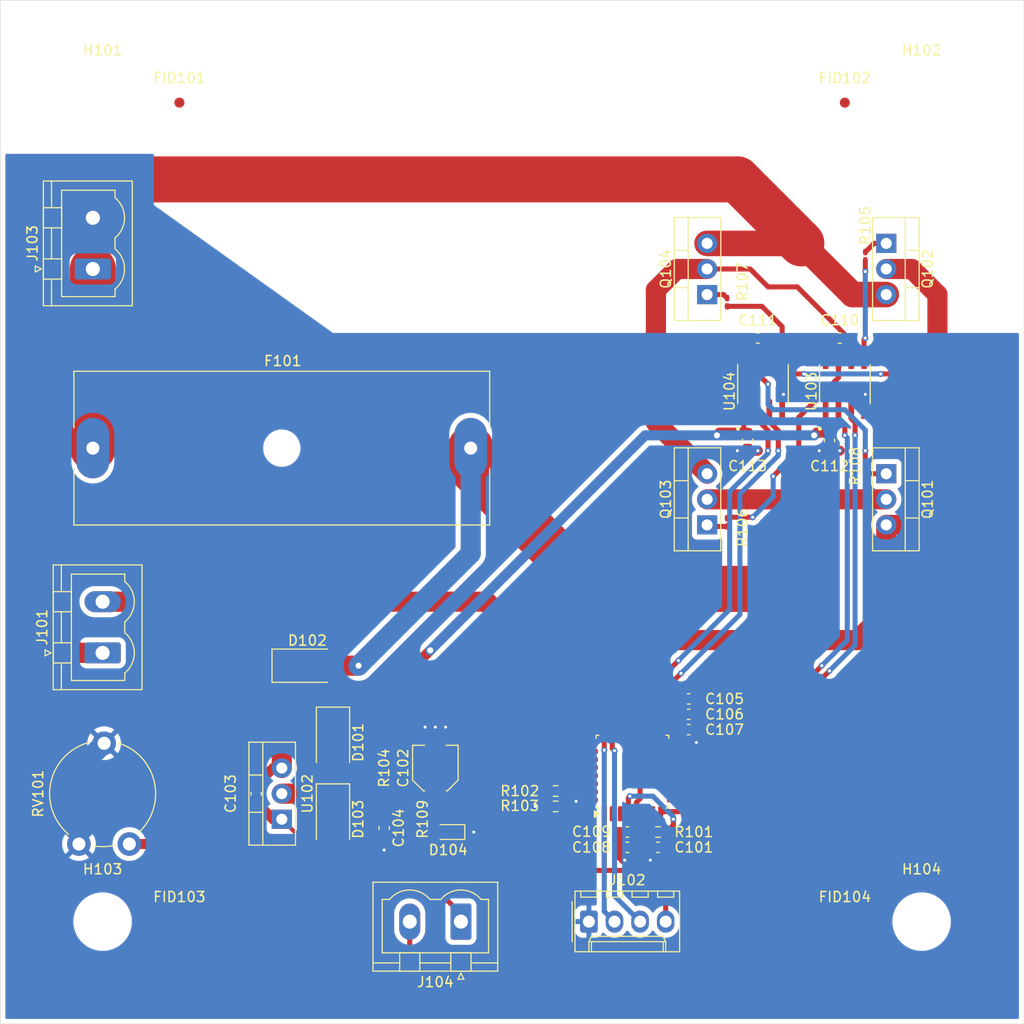
<source format=kicad_pcb>
(kicad_pcb (version 20241229) (generator "pcbnew") (generator_version "9.0")
  (title_block (title "PCB_Driver_DC_Motor") (date "2025-10-17") (rev "R.Casas"))
  (layers (0 "F.Cu" jumper) (4 "In1.Cu" signal) (6 "In2.Cu" signal) (2 "B.Cu" jumper) (13 "F.Paste" user) (15 "B.Paste" user) (5 "F.SilkS" user "F.Silkscreen") (7 "B.SilkS" user "B.Silkscreen") (1 "F.Mask" user) (3 "B.Mask" user) (25 "Edge.Cuts" user))
  (net 0 "")
  (net 1 "GNDREF")
  (net 2 "+24V")
  (net 3 "+3V3")
  (net 4 "Net-(D103-A)")
  (net 5 "Net-(U101-NRST)")
  (net 6 "VDD_P")
  (net 7 "VDD")
  (net 8 "L2")
  (net 9 "L1")
  (net 10 "G3")
  (net 11 "G2")
  (net 12 "G1")
  (net 13 "G4")
  (net 14 "Net-(U101-BOOT0)")
  (net 15 "Net-(U103-VB)")
  (net 17 "Net-(U104-VB)")
  (net 19 "USART1_TX")
  (net 20 "USART1_RX")
  (net 21 "SYS_SWCLK")
  (net 22 "SYS_SWDIO")
  (net 27 "Net-(U103-HO)")
  (net 36 "Net-(U103-LO)")
  (net 40 "Net-(U104-LO)")
  (net 41 "Net-(U104-HO)")
  (net 42 "LIN1")
  (net 43 "LIN2")
  (net 44 "HIN1")
  (net 45 "HIN2")
  (net 46 "Net-(D104-A)")
  (footprint "Connector_Phoenix_MSTB:PhoenixContact_MSTBVA_2,5_2-G-5,08_1x02_P5.08mm_Vertical" (layer "F.Cu") (at 90.97 96.99 90)
    (property "Reference" "J101")
    (property "Value" "Conn_01x02")
  )
  (footprint "Capacitor_SMD:C_0603_1608Metric" (layer "F.Cu") (at 154.978 75.908 -90)
    (property "Reference" "C113")
    (property "Value" "1uF/50V")
  )
  (footprint "Connector_Molex:Molex_KK-254_AE-6410-04A_1x04_P2.54mm_Vertical" (layer "F.Cu") (at 139.23 123.66)
    (property "Reference" "J102")
    (property "Value" "Conn_01x04")
  )
  (footprint "Resistor_SMD:R_0201_0603Metric_Pad0.64x0.40mm_HandSolder" (layer "F.Cu") (at 123.99 112.98 -90)
    (property "Reference" "R109")
    (property "Value" "220R")
  )
  (footprint "Resistor_SMD:R_0201_0603Metric_Pad0.64x0.40mm_HandSolder" (layer "F.Cu") (at 118.91 111.3925 -90)
    (property "Reference" "R104")
    (property "Value" "220R")
  )
  (footprint "Diode_SMD:D_SMA" (layer "F.Cu") (at 113.83 105.88 -90)
    (property "Reference" "D101")
    (property "Value" "1N4001")
  )
  (footprint "Capacitor_SMD:C_0603_1608Metric" (layer "F.Cu") (at 149.136 104.605475)
    (property "Reference" "C107")
    (property "Value" "4.7uF/10V")
  )
  (footprint "MountingHole:MountingHole_5.3mm_M5_ISO14580" (layer "F.Cu") (at 90.97 42.38)
    (property "Reference" "H101")
    (property "Value" "MountingHole")
  )
  (footprint "LED_SMD:LED_0603_1608Metric_Pad1.05x0.95mm_HandSolder" (layer "F.Cu") (at 125.26 114.77 180)
    (property "Reference" "D104")
    (property "Value" "LED")
  )
  (footprint "Package_QFP:LQFP-32_7x7mm_P0.8mm" (layer "F.Cu") (at 143.548 108.777475 90)
    (property "Reference" "U101" (hide yes))
    (property "Value" "STM32F030K6Tx")
  )
  (footprint "Package_TO_SOT_THT:TO-220-3_Vertical" (layer "F.Cu") (at 108.75 113.5 90)
    (property "Reference" "U102")
    (property "Value" "LM317_TO-220")
  )
  (footprint "Fuse:Fuseholder_Cylinder-6.3x32mm_Schurter_0031-8002_Horizontal_Open" (layer "F.Cu") (at 90 76.67)
    (property "Reference" "F101")
    (property "Value" "Fuse")
  )
  (footprint "Capacitor_SMD:C_0603_1608Metric" (layer "F.Cu") (at 146.088 116.289475 180)
    (property "Reference" "C101")
    (property "Value" "100nF")
  )
  (footprint "Fiducial:Fiducial_1mm_Mask3mm" (layer "F.Cu") (at 164.63 42.38)
    (property "Reference" "FID102")
    (property "Value" "Fiducial")
  )
  (footprint "MountingHole:MountingHole_5.3mm_M5_ISO14580" (layer "F.Cu") (at 172.25 123.66)
    (property "Reference" "H104")
    (property "Value" "MountingHole")
  )
  (footprint "MountingHole:MountingHole_5.3mm_M5_ISO14580" (layer "F.Cu") (at 172.25 42.38)
    (property "Reference" "H102")
    (property "Value" "MountingHole")
  )
  (footprint "Capacitor_SMD:C_0603_1608Metric_Pad1.08x0.95mm_HandSolder" (layer "F.Cu") (at 106.21 110.96 -90)
    (property "Reference" "C103")
    (property "Value" "0.1uF/50V")
  )
  (footprint "Fiducial:Fiducial_1mm_Mask3mm" (layer "F.Cu") (at 98.59 42.38)
    (property "Reference" "FID101")
    (property "Value" "Fiducial")
  )
  (footprint "Resistor_SMD:R_0603_1608Metric" (layer "F.Cu") (at 135.928 110.701475)
    (property "Reference" "R102")
    (property "Value" "100k")
  )
  (footprint "Resistor_SMD:R_0603_1608Metric" (layer "F.Cu") (at 146.088 114.765475)
    (property "Reference" "R101")
    (property "Value" "100k")
  )
  (footprint "Capacitor_SMD:C_0603_1608Metric" (layer "F.Cu") (at 149.136 101.557475)
    (property "Reference" "C105")
    (property "Value" "100nF/10V")
  )
  (footprint "Capacitor_SMD:C_0603_1608Metric" (layer "F.Cu") (at 143.04 114.765475 180)
    (property "Reference" "C109")
    (property "Value" "4.7uF/10V")
  )
  (footprint "Diode_SMD:D_SMA" (layer "F.Cu") (at 111.29 98.26)
    (property "Reference" "D102")
    (property "Value" "1N4001")
  )
  (footprint "Capacitor_SMD:C_Elec_4x5.4" (layer "F.Cu") (at 123.99 108.42 90)
    (property "Reference" "C102")
    (property "Value" "22uF/16V_ELEC")
  )
  (footprint "Diode_SMD:D_SMA" (layer "F.Cu") (at 113.83 113.5 -90)
    (property "Reference" "D103")
    (property "Value" "1N4001")
  )
  (footprint "Capacitor_SMD:C_0603_1608Metric_Pad1.08x0.95mm_HandSolder" (layer "F.Cu") (at 118.91 114.3625 -90)
    (property "Reference" "C104")
    (property "Value" "10uF/10V")
  )
  (footprint "Capacitor_SMD:C_0603_1608Metric" (layer "F.Cu") (at 143.04 116.289475 180)
    (property "Reference" "C108")
    (property "Value" "10nF/10V")
  )
  (footprint "Package_TO_SOT_THT:TO-220-3_Vertical" (layer "F.Cu") (at 150.96 61.43 90)
    (property "Reference" "Q104")
    (property "Value" "IRF540N")
  )
  (footprint "Capacitor_SMD:C_0603_1608Metric" (layer "F.Cu") (at 163.106 75.908 -90)
    (property "Reference" "C112")
    (property "Value" "1uF/50V")
  )
  (footprint "Package_TO_SOT_THT:TO-220-3_Vertical" (layer "F.Cu") (at 168.74 56.35 -90)
    (property "Reference" "Q102")
    (property "Value" "IRF540N")
  )
  (footprint "Resistor_SMD:R_0201_0603Metric_Pad0.64x0.40mm_HandSolder" (layer "F.Cu") (at 166.662 78.448 -90)
    (property "Reference" "R108")
    (property "Value" "R")
  )
  (footprint "Package_TO_SOT_THT:TO-220-3_Vertical" (layer "F.Cu") (at 168.74 79.21 -90)
    (property "Reference" "Q101")
    (property "Value" "IRF540N")
  )
  (footprint "Capacitor_SMD:C_0603_1608Metric_Pad1.08x0.95mm_HandSolder" (layer "F.Cu") (at 164.122 65.748 180)
    (property "Reference" "C110")
    (property "Value" "4.7uF/50V")
  )
  (footprint "Resistor_SMD:R_0201_0603Metric_Pad0.64x0.40mm_HandSolder" (layer "F.Cu") (at 152.946 84.036 -90)
    (property "Reference" "R106")
    (property "Value" "R")
  )
  (footprint "Capacitor_SMD:C_0603_1608Metric_Pad1.08x0.95mm_HandSolder" (layer "F.Cu") (at 155.994 65.748 180)
    (property "Reference" "C111")
    (property "Value" "4.7uF/50V")
  )
  (footprint "Resistor_SMD:R_0201_0603Metric_Pad0.64x0.40mm_HandSolder" (layer "F.Cu") (at 166.662 57.62 90)
    (property "Reference" "R105")
    (property "Value" "R")
  )
  (footprint "Capacitor_SMD:C_0603_1608Metric" (layer "F.Cu") (at 149.136 103.081475)
    (property "Reference" "C106")
    (property "Value" "100nF/10V")
  )
  (footprint "MountingHole:MountingHole_5.3mm_M5_ISO14580" (layer "F.Cu") (at 90.97 123.66)
    (property "Reference" "H103")
    (property "Value" "MountingHole")
  )
  (footprint "Fiducial:Fiducial_1mm_Mask3mm" (layer "F.Cu") (at 98.59 123.66)
    (property "Reference" "FID103")
    (property "Value" "Fiducial")
  )
  (footprint "Resistor_SMD:R_0603_1608Metric" (layer "F.Cu") (at 135.928 112.225475 180)
    (property "Reference" "R103")
    (property "Value" "100k")
  )
  (footprint "Potentiometer_THT:Potentiometer_Piher_PT-10-V10_Vertical" (layer "F.Cu") (at 93.62 115.96 90)
    (property "Reference" "RV101")
    (property "Value" "R_Potentiometer")
  )
  (footprint "Gate_Driver:SOIC127P600X172-8N" (layer "F.Cu") (at 164.63 70.32 90)
    (property "Reference" "U103")
    (property "Value" "2ED2108S06FXUMA1")
  )
  (footprint "Package_TO_SOT_THT:TO-220-3_Vertical" (layer "F.Cu") (at 150.96 84.29 90)
    (property "Reference" "Q103")
    (property "Value" "IRF540N")
  )
  (footprint "Fiducial:Fiducial_1mm_Mask3mm" (layer "F.Cu") (at 164.63 123.66)
    (property "Reference" "FID104")
    (property "Value" "Fiducial")
  )
  (footprint "Resistor_SMD:R_0201_0603Metric_Pad0.64x0.40mm_HandSolder" (layer "F.Cu") (at 152.946 62.192 90)
    (property "Reference" "R107")
    (property "Value" "R")
  )
  (footprint "Connector_Phoenix_MSTB:PhoenixContact_MSTBVA_2,5_2-G-5,08_1x02_P5.08mm_Vertical" (layer "F.Cu") (at 90 58.89 90)
    (property "Reference" "J103")
    (property "Value" "Conn_01x02")
  )
  (footprint "Connector_Phoenix_MSTB:PhoenixContact_MSTBVA_2,5_2-G-5,08_1x02_P5.08mm_Vertical" (layer "F.Cu") (at 126.53 123.66 180)
    (property "Reference" "J104")
    (property "Value" "Conn_01x02")
  )
  (footprint "Gate_Driver:SOIC127P600X172-8N" (layer "F.Cu") (at 156.502 70.32 90)
    (property "Reference" "U104")
    (property "Value" "2ED2108S06FXUMA1")
  )
  (gr_rect (start 80.81 32.22) (end 182.41 133.82) (stroke (width 0.05)) (fill no) (layer "Edge.Cuts"))
  (segment (start 142.265 114.765475) (end 142.265 116.289475) (width 1) (layer "F.Cu") (net 1))
  (segment (start 166.535 72.8) (end 166.535 71.463) (width 0.5) (layer "F.Cu") (net 1))
  (segment (start 147.723 105.977475) (end 149.796 105.977475) (width 0.5) (layer "F.Cu") (net 1))
  (segment (start 145.313 117.546475) (end 145.326 117.559475) (width 1) (layer "F.Cu") (net 1))
  (segment (start 90 53.81) (end 93.81 50) (width 4.572) (layer "F.Cu") (net 1))
  (segment (start 149.796 105.977475) (end 149.898 105.875475) (width 0.5) (layer "F.Cu") (net 1))
  (segment (start 126.135 114.77) (end 127.8 114.77) (width 0.4) (layer "F.Cu") (net 1))
  (segment (start 122.974 104.356) (end 125.006 104.356) (width 2) (layer "F.Cu") (net 1))
  (segment (start 166.535 71.463) (end 166.662 71.336) (width 0.5) (layer "F.Cu") (net 1))
  (segment (start 153.962 50) (end 160.312 56.35) (width 4.572) (layer "F.Cu") (net 1))
  (segment (start 160.312 56.35) (end 150.96 56.35) (width 2.54) (layer "F.Cu") (net 1))
  (segment (start 138.1 111.577475) (end 137.96 111.717475) (width 0.5) (layer "F.Cu") (net 1))
  (segment (start 153.962 76.924) (end 155.994 76.924) (width 1) (layer "F.Cu") (net 1))
  (segment (start 158.407 71.463) (end 158.534 71.336) (width 0.5) (layer "F.Cu") (net 1))
  (segment (start 142.786 117.564) (end 142.265 117.043) (width 1) (layer "F.Cu") (net 1))
  (segment (start 165.392 61.43) (end 160.312 56.35) (width 2.54) (layer "F.Cu") (net 1))
  (segment (start 93.81 50) (end 153.962 50) (width 4.572) (layer "F.Cu") (net 1))
  (segment (start 142.265 117.043) (end 142.265 116.289475) (width 1) (layer "F.Cu") (net 1))
  (segment (start 123.99 106.745) (end 123.99 104.356) (width 2) (layer "F.Cu") (net 1))
  (segment (start 145.313 116.289475) (end 145.313 117.546475) (width 1) (layer "F.Cu") (net 1))
  (segment (start 162.09 76.924) (end 164.122 76.924) (width 1) (layer "F.Cu") (net 1))
  (segment (start 149.911 101.557475) (end 149.911 105.862475) (width 1) (layer "F.Cu") (net 1))
  (segment (start 149.911 105.862475) (end 149.898 105.875475) (width 1) (layer "F.Cu") (net 1))
  (segment (start 118.91 116.548) (end 118.91 115.225) (width 1) (layer "F.Cu") (net 1))
  (segment (start 168.74 61.43) (end 165.392 61.43) (width 2.54) (layer "F.Cu") (net 1))
  (segment (start 139.373 111.577475) (end 138.1 111.577475) (width 0.5) (layer "F.Cu") (net 1))
  (segment (start 135.103 112.225475) (end 133.896 112.225475) (width 1) (layer "F.Cu") (net 1))
  (segment (start 158.407 72.8) (end 158.407 71.463) (width 0.5) (layer "F.Cu") (net 1))
  (via (at 166.662 71.336) (size 0.6) (drill 0.3) (layers "F.Cu" "B.Cu") (net 1))
  (via (at 142.786 117.564) (size 0.6) (drill 0.3) (layers "F.Cu" "B.Cu") (net 1))
  (via (at 158.534 71.336) (size 0.6) (drill 0.3) (layers "F.Cu" "B.Cu") (net 1))
  (via (at 118.91 116.548) (size 0.6) (drill 0.3) (layers "F.Cu" "B.Cu") (net 1))
  (via (at 155.994 76.924) (size 0.6) (drill 0.3) (layers "F.Cu" "B.Cu") (net 1))
  (via (at 127.8 114.77) (size 0.6) (drill 0.3) (layers "F.Cu" "B.Cu") (net 1))
  (via (at 162.09 76.924) (size 0.6) (drill 0.3) (layers "F.Cu" "B.Cu") (net 1))
  (via (at 145.326 117.559475) (size 0.6) (drill 0.3) (layers "F.Cu" "B.Cu") (net 1))
  (via (at 137.96 111.717475) (size 0.6) (drill 0.3) (layers "F.Cu" "B.Cu") (net 1))
  (via (at 153.962 76.924) (size 0.6) (drill 0.3) (layers "F.Cu" "B.Cu") (net 1))
  (via (at 149.898 105.875475) (size 0.6) (drill 0.3) (layers "F.Cu" "B.Cu") (net 1))
  (via (at 164.122 76.924) (size 0.6) (drill 0.3) (layers "F.Cu" "B.Cu") (net 1))
  (via (at 123.99 104.356) (size 0.6) (drill 0.3) (layers "F.Cu" "B.Cu") (net 1))
  (via (at 125.006 104.356) (size 0.6) (drill 0.3) (layers "F.Cu" "B.Cu") (net 1))
  (via (at 133.896 112.225475) (size 0.6) (drill 0.3) (layers "F.Cu" "B.Cu") (net 1))
  (via (at 122.974 104.356) (size 0.6) (drill 0.3) (layers "F.Cu" "B.Cu") (net 1))
  (segment (start 88.62 108.46) (end 91.12 105.96) (width 2) (layer "B.Cu") (net 1))
  (segment (start 88.62 115.96) (end 88.62 108.46) (width 2) (layer "B.Cu") (net 1))
  (segment (start 161.582 75.4) (end 161.849 75.133) (width 1) (layer "F.Cu") (net 2))
  (segment (start 109.29 103.88) (end 108.75 103.34) (width 2) (layer "F.Cu") (net 2))
  (segment (start 116.338 103.88) (end 123.482 96.736) (width 1) (layer "F.Cu") (net 2))
  (segment (start 152.197 75.133) (end 154.978 75.133) (width 1) (layer "F.Cu") (net 2))
  (segment (start 113.83 103.88) (end 116.338 103.88) (width 1) (layer "F.Cu") (net 2))
  (segment (start 107.8875 108.42) (end 108.75 108.42) (width 1) (layer "F.Cu") (net 2))
  (segment (start 113.83 103.88) (end 109.29 103.88) (width 2) (layer "F.Cu") (net 2))
  (segment (start 154.597 74.752) (end 154.978 75.133) (width 0.5) (layer "F.Cu") (net 2))
  (segment (start 108.75 98.8) (end 109.29 98.26) (width 2) (layer "F.Cu") (net 2))
  (segment (start 154.597 72.8) (end 154.597 74.752) (width 0.5) (layer "F.Cu") (net 2))
  (segment (start 106.21 110.0975) (end 107.8875 108.42) (width 1) (layer "F.Cu") (net 2))
  (segment (start 151.93 75.4) (end 152.197 75.133) (width 1) (layer "F.Cu") (net 2))
  (segment (start 162.725 74.752) (end 163.106 75.133) (width 0.5) (layer "F.Cu") (net 2))
  (segment (start 161.849 75.133) (end 163.106 75.133) (width 1) (layer "F.Cu") (net 2))
  (segment (start 162.725 72.8) (end 162.725 74.752) (width 0.5) (layer "F.Cu") (net 2))
  (segment (start 108.75 108.42) (end 108.75 103.34) (width 2) (layer "F.Cu") (net 2))
  (segment (start 108.75 103.34) (end 108.75 98.8) (width 2) (layer "F.Cu") (net 2))
  (via (at 161.582 75.4) (size 0.8) (drill 0.6) (layers "F.Cu" "B.Cu") (net 2))
  (via (at 123.482 96.736) (size 0.8) (drill 0.6) (layers "F.Cu" "B.Cu") (net 2))
  (via (at 151.93 75.4) (size 0.8) (drill 0.6) (layers "F.Cu" "B.Cu") (net 2))
  (segment (start 151.93 75.4) (end 161.582 75.4) (width 1) (layer "B.Cu") (net 2))
  (segment (start 144.818 75.4) (end 151.93 75.4) (width 1) (layer "B.Cu") (net 2))
  (segment (start 123.482 96.736) (end 144.818 75.4) (width 1) (layer "B.Cu") (net 2))
  (segment (start 146.348 106.382) (end 144.31 108.42) (width 0.5) (layer "F.Cu") (net 3))
  (segment (start 136.69 118.58) (end 139.23 118.58) (width 0.5) (layer "F.Cu") (net 3))
  (segment (start 128.811475 110.701475) (end 128.205 110.095) (width 0.5) (layer "F.Cu") (net 3))
  (segment (start 123.99 110.095) (end 128.205 110.095) (width 0.5) (layer "F.Cu") (net 3))
  (segment (start 114.3485 110.9815) (end 113.83 111.5) (width 0.6) (layer "F.Cu") (net 3))
  (segment (start 140.748 118.574) (end 140.754 118.58) (width 0.5) (layer "F.Cu") (net 3))
  (segment (start 143.802 116.302475) (end 143.815 116.289475) (width 0.5) (layer "F.Cu") (net 3))
  (segment (start 140.748 112.952475) (end 140.748 112.184425) (width 0.5) (layer "F.Cu") (net 3))
  (segment (start 148.358 104.602475) (end 148.361 104.605475) (width 0.5) (layer "F.Cu") (net 3))
  (segment (start 140.748 112.952475) (end 140.748 118.574) (width 0.5) (layer "F.Cu") (net 3))
  (segment (start 113.29 110.96) (end 113.83 111.5) (width 2) (layer "F.Cu") (net 3))
  (segment (start 143.948 111.825475) (end 144.31 111.463475) (width 0.5) (layer "F.Cu") (net 3))
  (segment (start 118.91 110.985) (end 123.1 110.985) (width 0.5) (layer "F.Cu") (net 3))
  (segment (start 128.205 110.095) (end 136.69 118.58) (width 0.5) (layer "F.Cu") (net 3))
  (segment (start 108.75 110.96) (end 113.29 110.96) (width 2) (layer "F.Cu") (net 3))
  (segment (start 146.348 104.602475) (end 148.358 104.602475) (width 0.5) (layer "F.Cu") (net 3))
  (segment (start 144.31 118.58) (end 146.85 121.12) (width 0.5) (layer "F.Cu") (net 3))
  (segment (start 123.99 112.5725) (end 123.99 110.095) (width 0.4) (layer "F.Cu") (net 3))
  (segment (start 145.263 114.765475) (end 143.815 114.765475) (width 0.5) (layer "F.Cu") (net 3))
  (segment (start 143.948 112.952475) (end 143.948 114.632475) (width 0.5) (layer "F.Cu") (net 3))
  (segment (start 146.85 121.12) (end 146.85 123.66) (width 0.5) (layer "F.Cu") (net 3))
  (segment (start 144.31 108.42) (end 144.31 109.939475) (width 0.5) (layer "F.Cu") (net 3))
  (segment (start 139.23 118.58) (end 140.754 118.58) (width 0.5) (layer "F.Cu") (net 3))
  (segment (start 143.815 114.765475) (end 143.815 116.289475) (width 0.5) (layer "F.Cu") (net 3))
  (segment (start 140.754 118.58) (end 143.802 118.58) (width 0.5) (layer "F.Cu") (net 3))
  (segment (start 123.1 110.985) (end 123.99 110.095) (width 0.5) (layer "F.Cu") (net 3))
  (segment (start 148.361 101.557475) (end 148.361 103.081475) (width 1) (layer "F.Cu") (net 3))
  (segment (start 113.83 107.88) (end 113.83 111.5) (width 2) (layer "F.Cu") (net 3))
  (segment (start 148.361 103.081475) (end 148.361 104.605475) (width 1) (layer "F.Cu") (net 3))
  (segment (start 135.103 110.701475) (end 128.811475 110.701475) (width 0.5) (layer "F.Cu") (net 3))
  (segment (start 143.948 114.632475) (end 143.815 114.765475) (width 0.5) (layer "F.Cu") (net 3))
  (segment (start 114.3485 110.9815) (end 118.91 110.9815) (width 0.6) (layer "F.Cu") (net 3))
  (segment (start 143.802 118.58) (end 143.802 116.302475) (width 0.5) (layer "F.Cu") (net 3))
  (segment (start 143.802 118.58) (end 144.31 118.58) (width 0.5) (layer "F.Cu") (net 3))
  (segment (start 146.348 104.602475) (end 146.348 106.382) (width 0.5) (layer "F.Cu") (net 3))
  (segment (start 144.31 111.463475) (end 144.31 109.939475) (width 0.5) (layer "F.Cu") (net 3))
  (segment (start 143.948 112.952475) (end 143.948 111.825475) (width 0.5) (layer "F.Cu") (net 3))
  (segment (start 110.75 115.5) (end 108.75 113.5) (width 0.4) (layer "F.Cu") (net 4))
  (segment (start 113.83 115.5) (end 110.75 115.5) (width 0.4) (layer "F.Cu") (net 4))
  (segment (start 118.91 113.5) (end 115.83 113.5) (width 0.4) (layer "F.Cu") (net 4))
  (segment (start 118.91 111.8) (end 118.91 113.5) (width 0.4) (layer "F.Cu") (net 4))
  (segment (start 106.21 111.8225) (end 105.3475 111.8225) (width 1) (layer "F.Cu") (net 4))
  (segment (start 101.21 115.96) (end 93.62 115.96) (width 1) (layer "F.Cu") (net 4))
  (segment (start 115.83 113.5) (end 113.83 115.5) (width 0.4) (layer "F.Cu") (net 4))
  (segment (start 107.8875 113.5) (end 106.21 111.8225) (width 1) (layer "F.Cu") (net 4))
  (segment (start 105.3475 111.8225) (end 101.21 115.96) (width 1) (layer "F.Cu") (net 4))
  (segment (start 108.75 113.5) (end 107.8875 113.5) (width 1) (layer "F.Cu") (net 4))
  (segment (start 147.612 114.066475) (end 146.913 114.765475) (width 0.5) (layer "F.Cu") (net 5))
  (segment (start 143.148 111.355475) (end 143.148 112.952475) (width 0.5) (layer "F.Cu") (net 5))
  (segment (start 143.294 111.209475) (end 143.148 111.355475) (width 0.5) (layer "F.Cu") (net 5))
  (segment (start 147.612 113.495475) (end 147.612 114.066475) (width 0.5) (layer "F.Cu") (net 5))
  (segment (start 146.863 116.289475) (end 146.863 114.815475) (width 0.5) (layer "F.Cu") (net 5))
  (segment (start 146.863 114.815475) (end 146.913 114.765475) (width 0.5) (layer "F.Cu") (net 5))
  (via (at 143.294 111.209475) (size 0.6) (drill 0.3) (layers "F.Cu" "B.Cu") (net 5))
  (via (at 147.612 113.495475) (size 0.6) (drill 0.3) (layers "F.Cu" "B.Cu") (net 5))
  (segment (start 147.612 113.241475) (end 145.58 111.209475) (width 0.5) (layer "B.Cu") (net 5))
  (segment (start 147.612 113.495475) (end 147.612 113.241475) (width 0.5) (layer "B.Cu") (net 5))
  (segment (start 145.58 111.209475) (end 143.294 111.209475) (width 0.5) (layer "B.Cu") (net 5))
  (segment (start 116.37 98.26) (end 113.29 98.26) (width 2) (layer "F.Cu") (net 6))
  (segment (start 127.5 78.61) (end 139.53 90.64) (width 4.572) (layer "F.Cu") (net 6))
  (segment (start 127.5 76.67) (end 127.5 78.61) (width 4.572) (layer "F.Cu") (net 6))
  (segment (start 161.12 81.75) (end 150.96 81.75) (width 2) (layer "F.Cu") (net 6))
  (segment (start 161.12 86.83) (end 161.12 81.75) (width 4.572) (layer "F.Cu") (net 6))
  (segment (start 139.53 90.64) (end 157.31 90.64) (width 4.572) (layer "F.Cu") (net 6))
  (segment (start 168.74 81.75) (end 161.12 81.75) (width 2) (layer "F.Cu") (net 6))
  (segment (start 157.31 90.64) (end 161.12 86.83) (width 4.572) (layer "F.Cu") (net 6))
  (via (at 116.37 98.26) (size 0.8) (drill 0.6) (layers "F.Cu" "B.Cu") (net 6))
  (segment (start 127.5 87.13) (end 127.5 76.67) (width 2) (layer "B.Cu") (net 6))
  (segment (start 116.37 98.26) (end 127.5 87.13) (width 2) (layer "B.Cu") (net 6))
  (segment (start 90 58.89) (end 90 76.67) (width 4.572) (layer "F.Cu") (net 7))
  (segment (start 132.88 95.72) (end 165.9 95.72) (width 2) (layer "F.Cu") (net 8))
  (segment (start 157.137 68.815) (end 157.626 69.304) (width 0.5) (layer "F.Cu") (net 8))
  (segment (start 173.82 71.59) (end 173.82 81.75) (width 2) (layer "F.Cu") (net 8))
  (segment (start 168.74 58.89) (end 171.28 58.89) (width 2) (layer "F.Cu") (net 8))
  (segment (start 157.137 66.0285) (end 156.8565 65.748) (width 0.5) (layer "F.Cu") (net 8))
  (segment (start 171.28 58.89) (end 173.82 61.43) (width 2) (layer "F.Cu") (net 8))
  (segment (start 171.28 84.29) (end 168.74 84.29) (width 2) (layer "F.Cu") (net 8))
  (segment (start 129.07 91.91) (end 132.88 95.72) (width 2) (layer "F.Cu") (net 8))
  (segment (start 173.82 69.304) (end 173.82 71.59) (width 2) (layer "F.Cu") (net 8))
  (segment (start 168.186 69.304) (end 173.82 69.304) (width 0.5) (layer "F.Cu") (net 8))
  (segment (start 90.97 91.91) (end 129.07 91.91) (width 2) (layer "F.Cu") (net 8))
  (segment (start 168.74 92.88) (end 168.74 84.29) (width 2) (layer "F.Cu") (net 8))
  (segment (start 157.137 67.84) (end 157.137 68.815) (width 0.5) (layer "F.Cu") (net 8))
  (segment (start 173.82 61.43) (end 173.82 69.304) (width 2) (layer "F.Cu") (net 8))
  (segment (start 173.82 81.75) (end 171.28 84.29) (width 2) (layer "F.Cu") (net 8))
  (segment (start 157.626 69.304) (end 160.566 69.304) (width 0.5) (layer "F.Cu") (net 8))
  (segment (start 165.9 95.72) (end 168.74 92.88) (width 2) (layer "F.Cu") (net 8))
  (segment (start 157.137 67.84) (end 157.137 66.0285) (width 0.5) (layer "F.Cu") (net 8))
  (via (at 168.186 69.304) (size 0.6) (drill 0.3) (layers "F.Cu" "B.Cu") (net 8))
  (via (at 160.566 69.304) (size 0.6) (drill 0.3) (layers "F.Cu" "B.Cu") (net 8))
  (segment (start 160.566 69.304) (end 168.186 69.304) (width 0.5) (layer "B.Cu") (net 8))
  (segment (start 145.88 69.05) (end 145.88 60.97) (width 2) (layer "F.Cu") (net 9))
  (segment (start 150.96 79.21) (end 145.88 74.13) (width 2) (layer "F.Cu") (net 9))
  (segment (start 164.9845 65.748) (end 159.9045 60.668) (width 0.5) (layer "F.Cu") (net 9))
  (segment (start 159.9045 60.668) (end 157.01 60.668) (width 0.5) (layer "F.Cu") (net 9))
  (segment (start 85.89 86.83) (end 88.43 84.29) (width 2) (layer "F.Cu") (net 9))
  (segment (start 85.89 94.45) (end 85.89 86.83) (width 2) (layer "F.Cu") (net 9))
  (segment (start 88.43 84.29) (end 108.75 84.29) (width 2) (layer "F.Cu") (net 9))
  (segment (start 145.88 60.97) (end 147.96 58.89) (width 2) (layer "F.Cu") (net 9))
  (segment (start 123.99 69.05) (end 145.88 69.05) (width 2) (layer "F.Cu") (net 9))
  (segment (start 88.43 96.99) (end 85.89 94.45) (width 2) (layer "F.Cu") (net 9))
  (segment (start 165.265 66.0285) (end 164.9845 65.748) (width 0.5) (layer "F.Cu") (net 9))
  (segment (start 147.96 58.89) (end 150.96 58.89) (width 2) (layer "F.Cu") (net 9))
  (segment (start 108.75 84.29) (end 123.99 69.05) (width 2) (layer "F.Cu") (net 9))
  (segment (start 165.265 67.84) (end 165.265 66.0285) (width 0.5) (layer "F.Cu") (net 9))
  (segment (start 90.97 96.99) (end 88.43 96.99) (width 2) (layer "F.Cu") (net 9))
  (segment (start 155.232 58.89) (end 150.96 58.89) (width 0.5) (layer "F.Cu") (net 9))
  (segment (start 145.88 74.13) (end 145.88 69.05) (width 2) (layer "F.Cu") (net 9))
  (segment (start 157.01 60.668) (end 155.232 58.89) (width 0.5) (layer "F.Cu") (net 9))
  (segment (start 152.5915 61.43) (end 150.96 61.43) (width 0.5) (layer "F.Cu") (net 10))
  (segment (start 152.946 61.7845) (end 152.5915 61.43) (width 0.5) (layer "F.Cu") (net 10))
  (segment (start 166.662 78.8555) (end 167.0165 79.21) (width 0.5) (layer "F.Cu") (net 11))
  (segment (start 167.0165 79.21) (end 168.74 79.21) (width 0.5) (layer "F.Cu") (net 11))
  (segment (start 152.946 84.4435) (end 151.1135 84.4435) (width 0.5) (layer "F.Cu") (net 12))
  (segment (start 151.1135 84.4435) (end 150.96 84.29) (width 0.5) (layer "F.Cu") (net 12))
  (segment (start 166.662 57.2125) (end 167.5245 56.35) (width 0.5) (layer "F.Cu") (net 13))
  (segment (start 167.5245 56.35) (end 168.74 56.35) (width 0.5) (layer "F.Cu") (net 13))
  (segment (start 139.373 110.777475) (end 136.829 110.777475) (width 0.5) (layer "F.Cu") (net 14))
  (segment (start 136.829 110.777475) (end 136.753 110.701475) (width 0.5) (layer "F.Cu") (net 14))
  (segment (start 136.753 110.701475) (end 136.753 112.225475) (width 0.5) (layer "F.Cu") (net 14))
  (segment (start 162.725 66.2825) (end 162.725 67.84) (width 0.5) (layer "F.Cu") (net 15))
  (segment (start 163.2595 65.748) (end 162.725 66.2825) (width 0.5) (layer "F.Cu") (net 15))
  (segment (start 154.597 66.2825) (end 154.597 67.84) (width 0.5) (layer "F.Cu") (net 17))
  (segment (start 155.1315 65.748) (end 154.597 66.2825) (width 0.5) (layer "F.Cu") (net 17))
  (segment (start 147.104 129.756) (end 149.898 126.962) (width 0.5) (layer "F.Cu") (net 19))
  (segment (start 121.45 122.39) (end 121.45 123.66) (width 0.5) (layer "F.Cu") (net 19))
  (segment (start 121.45 126.962) (end 124.244 129.756) (width 0.5) (layer "F.Cu") (net 19))
  (segment (start 149.898 114.008) (end 148.634475 112.744475) (width 0.5) (layer "F.Cu") (net 19))
  (segment (start 149.898 126.962) (end 149.898 114.008) (width 0.5) (layer "F.Cu") (net 19))
  (segment (start 146.556 112.744475) (end 146.348 112.952475) (width 0.5) (layer "F.Cu") (net 19))
  (segment (start 148.634475 112.744475) (end 146.556 112.744475) (width 0.5) (layer "F.Cu") (net 19))
  (segment (start 124.244 129.756) (end 147.104 129.756) (width 0.5) (layer "F.Cu") (net 19))
  (segment (start 121.45 123.66) (end 121.45 126.962) (width 0.5) (layer "F.Cu") (net 19))
  (segment (start 117.64 126.2) (end 117.64 122.136) (width 0.5) (layer "F.Cu") (net 20))
  (segment (start 117.64 122.136) (end 119.672 120.104) (width 0.5) (layer "F.Cu") (net 20))
  (segment (start 147.394364 130.457) (end 121.897 130.457) (width 0.5) (layer "F.Cu") (net 20))
  (segment (start 148.472999 111.577475) (end 150.599 113.703476) (width 0.5) (layer "F.Cu") (net 20))
  (segment (start 123.736 120.104) (end 126.53 122.898) (width 0.5) (layer "F.Cu") (net 20))
  (segment (start 150.599 113.703476) (end 150.599 127.252364) (width 0.5) (layer "F.Cu") (net 20))
  (segment (start 119.672 120.104) (end 123.736 120.104) (width 0.5) (layer "F.Cu") (net 20))
  (segment (start 147.723 111.577475) (end 148.472999 111.577475) (width 0.5) (layer "F.Cu") (net 20))
  (segment (start 121.897 130.457) (end 117.64 126.2) (width 0.5) (layer "F.Cu") (net 20))
  (segment (start 126.53 122.898) (end 126.53 123.66) (width 0.5) (layer "F.Cu") (net 20))
  (segment (start 150.599 127.252364) (end 147.394364 130.457) (width 0.5) (layer "F.Cu") (net 20))
  (segment (start 140.754 106.642) (end 140.754 104.608475) (width 0.5) (layer "F.Cu") (net 21))
  (segment (start 140.754 104.608475) (end 140.748 104.602475) (width 0.5) (layer "F.Cu") (net 21))
  (via (at 140.754 106.642) (size 0.6) (drill 0.3) (layers "F.Cu" "B.Cu") (net 21))
  (segment (start 140.754 122.644) (end 140.754 106.642) (width 0.5) (layer "B.Cu") (net 21))
  (segment (start 141.77 123.66) (end 140.754 122.644) (width 0.5) (layer "B.Cu") (net 21))
  (segment (start 141.77 106.6928) (end 141.548 106.4708) (width 0.5) (layer "F.Cu") (net 22))
  (segment (start 141.548 106.4708) (end 141.548 104.602475) (width 0.5) (layer "F.Cu") (net 22))
  (via (at 141.77 106.6928) (size 0.6) (drill 0.3) (layers "F.Cu" "B.Cu") (net 22))
  (segment (start 141.77 106.7436) (end 141.77 106.6928) (width 0.5) (layer "B.Cu") (net 22))
  (segment (start 141.77 121.12) (end 141.77 106.7436) (width 0.5) (layer "B.Cu") (net 22))
  (segment (start 144.31 123.66) (end 141.77 121.12) (width 0.5) (layer "B.Cu") (net 22))
  (segment (start 160.058 73.608952) (end 160.058 76.924) (width 0.5) (layer "F.Cu") (net 27))
  (segment (start 153.0465 83.528) (end 152.946 83.6285) (width 0.5) (layer "F.Cu") (net 27))
  (segment (start 163.995 69.671952) (end 160.058 73.608952) (width 0.5) (layer "F.Cu") (net 27))
  (segment (start 155.486 83.528) (end 153.0465 83.528) (width 0.5) (layer "F.Cu") (net 27))
  (segment (start 163.995 67.84) (end 163.995 69.671952) (width 0.5) (layer "F.Cu") (net 27))
  (segment (start 160.058 76.924) (end 157.518 79.464) (width 0.5) (layer "F.Cu") (net 27))
  (via (at 155.486 83.528) (size 0.6) (drill 0.3) (layers "F.Cu" "B.Cu") (net 27))
  (via (at 157.518 79.464) (size 0.6) (drill 0.3) (layers "F.Cu" "B.Cu") (net 27))
  (segment (start 157.518 79.464) (end 157.518 81.496) (width 0.5) (layer "B.Cu") (net 27))
  (segment (start 157.518 81.496) (end 155.486 83.528) (width 0.5) (layer "B.Cu") (net 27))
  (segment (start 166.535 67.84) (end 166.535 65.875) (width 0.5) (layer "F.Cu") (net 36))
  (segment (start 166.662 59.144) (end 166.662 58.0275) (width 0.5) (layer "F.Cu") (net 36))
  (segment (start 166.535 65.875) (end 166.662 65.748) (width 0.5) (layer "F.Cu") (net 36))
  (via (at 166.662 59.144) (size 0.6) (drill 0.3) (layers "F.Cu" "B.Cu") (net 36))
  (via (at 166.662 65.748) (size 0.6) (drill 0.3) (layers "F.Cu" "B.Cu") (net 36))
  (segment (start 166.662 65.748) (end 166.662 59.144) (width 0.5) (layer "B.Cu") (net 36))
  (segment (start 156.4015 62.5995) (end 152.946 62.5995) (width 0.5) (layer "F.Cu") (net 40))
  (segment (start 158.407 67.84) (end 158.407 64.605) (width 0.5) (layer "F.Cu") (net 40))
  (segment (start 158.407 64.605) (end 156.4015 62.5995) (width 0.5) (layer "F.Cu") (net 40))
  (segment (start 157.01 70.32) (end 155.867 69.177) (width 0.5) (layer "F.Cu") (net 41))
  (segment (start 155.867 69.177) (end 155.867 67.84) (width 0.5) (layer "F.Cu") (net 41))
  (segment (start 166.662 78.0405) (end 166.662 76.924) (width 0.5) (layer "F.Cu") (net 41))
  (via (at 166.662 76.924) (size 0.6) (drill 0.3) (layers "F.Cu" "B.Cu") (net 41))
  (via (at 157.01 70.32) (size 0.6) (drill 0.3) (layers "F.Cu" "B.Cu") (net 41))
  (segment (start 164.63 72.86) (end 166.662 74.892) (width 0.5) (layer "B.Cu") (net 41))
  (segment (start 166.662 76.924) (end 166.662 74.892) (width 0.5) (layer "B.Cu") (net 41))
  (segment (start 157.518 72.86) (end 164.63 72.86) (width 0.5) (layer "B.Cu") (net 41))
  (segment (start 157.01 72.352) (end 157.518 72.86) (width 0.5) (layer "B.Cu") (net 41))
  (segment (start 157.01 70.32) (end 157.01 72.352) (width 0.5) (layer "B.Cu") (net 41))
  (segment (start 165.646 74.13) (end 165.646 75.4) (width 0.5) (layer "F.Cu") (net 42))
  (segment (start 152.696525 109.177475) (end 163.106 98.768) (width 0.5) (layer "F.Cu") (net 42))
  (segment (start 165.265 73.749) (end 165.646 74.13) (width 0.5) (layer "F.Cu") (net 42))
  (segment (start 165.265 72.8) (end 165.265 73.749) (width 0.5) (layer "F.Cu") (net 42))
  (segment (start 147.723 109.177475) (end 152.696525 109.177475) (width 0.5) (layer "F.Cu") (net 42))
  (via (at 165.646 75.4) (size 0.6) (drill 0.3) (layers "F.Cu" "B.Cu") (net 42))
  (via (at 163.106 98.768) (size 0.6) (drill 0.3) (layers "F.Cu" "B.Cu") (net 42))
  (segment (start 165.646 96.228) (end 163.106 98.768) (width 0.5) (layer "B.Cu") (net 42))
  (segment (start 165.646 75.4) (end 165.646 96.228) (width 0.5) (layer "B.Cu") (net 42))
  (segment (start 145.548 101.848) (end 148.374 99.022) (width 0.5) (layer "F.Cu") (net 43))
  (segment (start 157.137 72.8) (end 157.137 74.053636) (width 0.5) (layer "F.Cu") (net 43))
  (segment (start 145.548 104.602475) (end 145.548 101.848) (width 0.5) (layer "F.Cu") (net 43))
  (segment (start 158.026 74.942636) (end 158.026 76.924) (width 0.5) (layer "F.Cu") (net 43))
  (segment (start 157.137 74.053636) (end 158.026 74.942636) (width 0.5) (layer "F.Cu") (net 43))
  (via (at 148.374 99.022) (size 0.6) (drill 0.3) (layers "F.Cu" "B.Cu") (net 43))
  (via (at 158.026 76.924) (size 0.6) (drill 0.3) (layers "F.Cu" "B.Cu") (net 43))
  (segment (start 148.374 99.022) (end 154.216 93.18) (width 0.5) (layer "B.Cu") (net 43))
  (segment (start 154.216 81.22) (end 158.026 77.41) (width 0.5) (layer "B.Cu") (net 43))
  (segment (start 158.026 77.41) (end 158.026 76.924) (width 0.5) (layer "B.Cu") (net 43))
  (segment (start 154.216 93.18) (end 154.216 81.22) (width 0.5) (layer "B.Cu") (net 43))
  (segment (start 163.995 73.775) (end 164.63 74.41) (width 0.5) (layer "F.Cu") (net 44))
  (segment (start 164.63 74.41) (end 164.63 75.4) (width 0.5) (layer "F.Cu") (net 44))
  (segment (start 152.226525 108.377475) (end 162.344 98.26) (width 0.5) (layer "F.Cu") (net 44))
  (segment (start 147.723 108.377475) (end 152.226525 108.377475) (width 0.5) (layer "F.Cu") (net 44))
  (segment (start 163.995 72.8) (end 163.995 73.775) (width 0.5) (layer "F.Cu") (net 44))
  (via (at 162.344 98.26) (size 0.6) (drill 0.3) (layers "F.Cu" "B.Cu") (net 44))
  (via (at 164.63 75.4) (size 0.6) (drill 0.3) (layers "F.Cu" "B.Cu") (net 44))
  (segment (start 164.873 95.731) (end 162.344 98.26) (width 0.5) (layer "B.Cu") (net 44))
  (segment (start 164.873 75.643) (end 164.873 95.731) (width 0.5) (layer "B.Cu") (net 44))
  (segment (start 164.63 75.4) (end 164.873 75.643) (width 0.5) (layer "B.Cu") (net 44))
  (segment (start 144.748 101.124) (end 148.12 97.752) (width 0.5) (layer "F.Cu") (net 45))
  (segment (start 144.748 104.602475) (end 144.748 101.124) (width 0.5) (layer "F.Cu") (net 45))
  (segment (start 155.867 73.775) (end 157.01 74.918) (width 0.5) (layer "F.Cu") (net 45))
  (segment (start 157.01 74.918) (end 157.01 76.924) (width 0.5) (layer "F.Cu") (net 45))
  (segment (start 155.867 72.8) (end 155.867 73.775) (width 0.5) (layer "F.Cu") (net 45))
  (via (at 157.01 76.924) (size 0.6) (drill 0.3) (layers "F.Cu" "B.Cu") (net 45))
  (via (at 148.12 97.752) (size 0.6) (drill 0.3) (layers "F.Cu" "B.Cu") (net 45))
  (segment (start 157.01 77.178) (end 153.2 80.988) (width 0.5) (layer "B.Cu") (net 45))
  (segment (start 153.2 80.988) (end 153.2 92.672) (width 0.5) (layer "B.Cu") (net 45))
  (segment (start 157.01 76.924) (end 157.01 77.178) (width 0.5) (layer "B.Cu") (net 45))
  (segment (start 153.2 92.672) (end 148.12 97.752) (width 0.5) (layer "B.Cu") (net 45))
  (segment (start 123.99 113.3875) (end 123.99 114.375) (width 0.4) (layer "F.Cu") (net 46))
  (segment (start 123.99 114.375) (end 124.385 114.77) (width 0.4) (layer "F.Cu") (net 46))
  (zone (net 1) (net_name "GNDREF") (layer "B.Cu") (connect_pads (clearance 0.5)) (min_thickness 0.25) (fill yes (thermal_gap 0.5) (thermal_bridge_width 0.5))
    (polygon (pts (xy 80.81 133.82) (xy 80.81 47.46) (xy 96.05 47.46) (xy 96.05 52.54) (xy 113.83 65.24) (xy 182.41 65.24) (xy 182.41 133.82)))
  )
)
</source>
